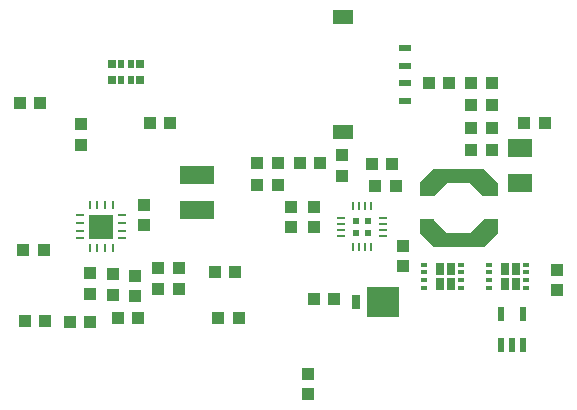
<source format=gbr>
G04 EAGLE Gerber RS-274X export*
G75*
%MOMM*%
%FSLAX34Y34*%
%LPD*%
%INSolderpaste Top*%
%IPPOS*%
%AMOC8*
5,1,8,0,0,1.08239X$1,22.5*%
G01*
%ADD10R,1.080000X1.050000*%
%ADD11R,1.050000X1.080000*%
%ADD12R,2.000000X1.500000*%
%ADD13R,3.000000X1.500000*%
%ADD14R,0.620000X1.220000*%
%ADD15R,2.670000X2.540000*%
%ADD16R,0.760000X1.270000*%
%ADD17R,1.000000X0.600000*%
%ADD18R,1.800000X1.250000*%
%ADD19R,4.250000X1.200000*%
%ADD20R,0.600000X0.300000*%
%ADD21R,0.705000X1.125000*%
%ADD22R,0.800000X0.280000*%
%ADD23R,0.280000X0.800000*%
%ADD24R,2.100000X2.100000*%
%ADD25R,0.600000X0.600000*%
%ADD26R,0.500000X0.700000*%
%ADD27R,0.640000X0.700000*%

G36*
X404048Y256012D02*
X404048Y256012D01*
X404146Y256015D01*
X404169Y256024D01*
X404193Y256026D01*
X404282Y256066D01*
X404374Y256101D01*
X404393Y256117D01*
X404416Y256127D01*
X404530Y256220D01*
X416030Y267720D01*
X416087Y267800D01*
X416149Y267875D01*
X416157Y267898D01*
X416172Y267919D01*
X416200Y268012D01*
X416235Y268103D01*
X416238Y268136D01*
X416243Y268152D01*
X416242Y268177D01*
X416249Y268250D01*
X416249Y278500D01*
X416247Y278516D01*
X416248Y278527D01*
X416246Y278533D01*
X416248Y278549D01*
X416226Y278644D01*
X416210Y278741D01*
X416198Y278762D01*
X416192Y278786D01*
X416141Y278870D01*
X416095Y278956D01*
X416077Y278973D01*
X416064Y278994D01*
X415988Y279056D01*
X415917Y279123D01*
X415894Y279133D01*
X415875Y279149D01*
X415784Y279183D01*
X415694Y279224D01*
X415670Y279226D01*
X415647Y279235D01*
X415500Y279249D01*
X404250Y279249D01*
X404154Y279233D01*
X404057Y279224D01*
X404034Y279214D01*
X404009Y279210D01*
X403923Y279164D01*
X403834Y279123D01*
X403809Y279102D01*
X403794Y279095D01*
X403777Y279076D01*
X403773Y279073D01*
X403772Y279073D01*
X403771Y279072D01*
X403720Y279030D01*
X392720Y268030D01*
X392706Y268010D01*
X392687Y267994D01*
X392635Y267911D01*
X392578Y267831D01*
X392571Y267808D01*
X392558Y267787D01*
X392536Y267692D01*
X392507Y267598D01*
X392508Y267573D01*
X392502Y267550D01*
X392512Y267452D01*
X392515Y267354D01*
X392524Y267331D01*
X392526Y267307D01*
X392566Y267218D01*
X392601Y267126D01*
X392617Y267107D01*
X392627Y267084D01*
X392720Y266970D01*
X403470Y256220D01*
X403490Y256206D01*
X403506Y256187D01*
X403589Y256135D01*
X403669Y256078D01*
X403692Y256071D01*
X403713Y256058D01*
X403808Y256036D01*
X403902Y256007D01*
X403927Y256008D01*
X403950Y256002D01*
X404048Y256012D01*
G37*
G36*
X361846Y298767D02*
X361846Y298767D01*
X361943Y298776D01*
X361966Y298786D01*
X361991Y298790D01*
X362077Y298836D01*
X362166Y298877D01*
X362191Y298898D01*
X362206Y298905D01*
X362223Y298924D01*
X362280Y298970D01*
X373280Y309970D01*
X373294Y309990D01*
X373313Y310006D01*
X373365Y310089D01*
X373422Y310169D01*
X373429Y310192D01*
X373442Y310213D01*
X373464Y310308D01*
X373493Y310402D01*
X373492Y310427D01*
X373498Y310450D01*
X373488Y310548D01*
X373485Y310646D01*
X373476Y310669D01*
X373474Y310693D01*
X373434Y310782D01*
X373399Y310874D01*
X373384Y310893D01*
X373373Y310916D01*
X373280Y311030D01*
X362530Y321780D01*
X362510Y321794D01*
X362494Y321813D01*
X362413Y321864D01*
X362397Y321877D01*
X362392Y321879D01*
X362331Y321922D01*
X362308Y321929D01*
X362287Y321942D01*
X362192Y321964D01*
X362098Y321993D01*
X362073Y321992D01*
X362050Y321998D01*
X361952Y321988D01*
X361854Y321985D01*
X361831Y321976D01*
X361807Y321974D01*
X361718Y321934D01*
X361626Y321899D01*
X361607Y321884D01*
X361584Y321873D01*
X361523Y321823D01*
X361522Y321823D01*
X361521Y321822D01*
X361470Y321780D01*
X349970Y310280D01*
X349913Y310200D01*
X349852Y310125D01*
X349843Y310102D01*
X349828Y310081D01*
X349800Y309988D01*
X349765Y309897D01*
X349762Y309864D01*
X349757Y309848D01*
X349758Y309823D01*
X349751Y309750D01*
X349751Y299500D01*
X349755Y299476D01*
X349752Y299451D01*
X349775Y299356D01*
X349790Y299259D01*
X349802Y299238D01*
X349808Y299214D01*
X349859Y299130D01*
X349905Y299044D01*
X349923Y299027D01*
X349936Y299006D01*
X350012Y298944D01*
X350084Y298877D01*
X350106Y298867D01*
X350125Y298852D01*
X350216Y298817D01*
X350306Y298776D01*
X350330Y298774D01*
X350353Y298765D01*
X350500Y298751D01*
X361750Y298751D01*
X361846Y298767D01*
G37*
G36*
X415524Y298755D02*
X415524Y298755D01*
X415549Y298752D01*
X415644Y298775D01*
X415741Y298790D01*
X415762Y298802D01*
X415786Y298808D01*
X415870Y298859D01*
X415956Y298905D01*
X415973Y298923D01*
X415994Y298936D01*
X416056Y299012D01*
X416123Y299084D01*
X416133Y299106D01*
X416149Y299125D01*
X416183Y299216D01*
X416224Y299306D01*
X416226Y299330D01*
X416235Y299353D01*
X416249Y299500D01*
X416249Y309750D01*
X416233Y309846D01*
X416224Y309943D01*
X416214Y309966D01*
X416210Y309991D01*
X416164Y310077D01*
X416123Y310166D01*
X416102Y310191D01*
X416095Y310206D01*
X416076Y310223D01*
X416030Y310280D01*
X404530Y321780D01*
X404510Y321794D01*
X404494Y321813D01*
X404413Y321864D01*
X404397Y321877D01*
X404392Y321879D01*
X404331Y321922D01*
X404308Y321929D01*
X404287Y321942D01*
X404192Y321964D01*
X404098Y321993D01*
X404073Y321992D01*
X404050Y321998D01*
X403952Y321988D01*
X403854Y321985D01*
X403831Y321976D01*
X403807Y321974D01*
X403718Y321934D01*
X403626Y321899D01*
X403607Y321884D01*
X403584Y321873D01*
X403523Y321823D01*
X403522Y321823D01*
X403521Y321822D01*
X403470Y321780D01*
X392720Y311030D01*
X392706Y311010D01*
X392687Y310994D01*
X392635Y310911D01*
X392578Y310831D01*
X392571Y310808D01*
X392558Y310787D01*
X392536Y310692D01*
X392507Y310598D01*
X392508Y310573D01*
X392502Y310550D01*
X392512Y310452D01*
X392515Y310354D01*
X392524Y310331D01*
X392526Y310307D01*
X392566Y310218D01*
X392601Y310126D01*
X392617Y310107D01*
X392627Y310084D01*
X392720Y309970D01*
X403720Y298970D01*
X403800Y298913D01*
X403875Y298852D01*
X403898Y298843D01*
X403919Y298828D01*
X404012Y298800D01*
X404103Y298765D01*
X404136Y298762D01*
X404152Y298757D01*
X404177Y298758D01*
X404250Y298751D01*
X415500Y298751D01*
X415524Y298755D01*
G37*
G36*
X362048Y256012D02*
X362048Y256012D01*
X362146Y256015D01*
X362169Y256024D01*
X362193Y256026D01*
X362282Y256066D01*
X362374Y256101D01*
X362393Y256117D01*
X362416Y256127D01*
X362530Y256220D01*
X373280Y266970D01*
X373294Y266990D01*
X373313Y267006D01*
X373365Y267089D01*
X373422Y267169D01*
X373429Y267192D01*
X373442Y267213D01*
X373464Y267308D01*
X373493Y267402D01*
X373492Y267427D01*
X373498Y267450D01*
X373488Y267548D01*
X373485Y267646D01*
X373476Y267669D01*
X373474Y267693D01*
X373434Y267782D01*
X373399Y267874D01*
X373384Y267893D01*
X373373Y267916D01*
X373280Y268030D01*
X362280Y279030D01*
X362200Y279087D01*
X362125Y279149D01*
X362102Y279157D01*
X362081Y279172D01*
X361988Y279200D01*
X361897Y279235D01*
X361864Y279238D01*
X361848Y279243D01*
X361823Y279242D01*
X361750Y279249D01*
X350500Y279249D01*
X350476Y279245D01*
X350451Y279248D01*
X350356Y279226D01*
X350259Y279210D01*
X350238Y279198D01*
X350214Y279192D01*
X350130Y279141D01*
X350044Y279095D01*
X350027Y279077D01*
X350006Y279064D01*
X349944Y278988D01*
X349877Y278917D01*
X349867Y278894D01*
X349852Y278875D01*
X349817Y278784D01*
X349776Y278694D01*
X349774Y278670D01*
X349765Y278647D01*
X349751Y278500D01*
X349751Y268250D01*
X349767Y268154D01*
X349776Y268057D01*
X349786Y268034D01*
X349790Y268009D01*
X349836Y267923D01*
X349877Y267834D01*
X349898Y267809D01*
X349905Y267794D01*
X349924Y267777D01*
X349970Y267720D01*
X361470Y256220D01*
X361490Y256206D01*
X361506Y256187D01*
X361589Y256135D01*
X361669Y256078D01*
X361692Y256071D01*
X361713Y256058D01*
X361808Y256036D01*
X361902Y256007D01*
X361927Y256008D01*
X361950Y256002D01*
X362048Y256012D01*
G37*
D10*
X109000Y231650D03*
X109000Y214350D03*
X336000Y239350D03*
X336000Y256650D03*
D11*
X277650Y212000D03*
X260350Y212000D03*
X438350Y361000D03*
X455650Y361000D03*
D12*
X435000Y340000D03*
X435000Y310000D03*
D11*
X410650Y395000D03*
X393350Y395000D03*
X393350Y357000D03*
X410650Y357000D03*
X94350Y196000D03*
X111650Y196000D03*
X70650Y192000D03*
X53350Y192000D03*
D10*
X116000Y274350D03*
X116000Y291650D03*
D11*
X179350Y196000D03*
X196650Y196000D03*
D13*
X161000Y317000D03*
X161000Y287000D03*
D11*
X312050Y307900D03*
X329350Y307900D03*
X176350Y235000D03*
X193650Y235000D03*
D10*
X466000Y236650D03*
X466000Y219350D03*
D14*
X437500Y199100D03*
X418500Y199100D03*
X428000Y172900D03*
X437500Y172900D03*
X418500Y172900D03*
D15*
X319000Y209000D03*
D16*
X295505Y209000D03*
D11*
X229650Y308000D03*
X212350Y308000D03*
D10*
X284300Y316350D03*
X284300Y333650D03*
X146000Y220350D03*
X146000Y237650D03*
D17*
X337000Y394500D03*
X337000Y379500D03*
X337000Y409500D03*
X337000Y424500D03*
D18*
X285000Y450550D03*
X285000Y353450D03*
D19*
X383000Y262000D03*
X383000Y316000D03*
D20*
X353500Y240750D03*
X353500Y234250D03*
X353500Y227750D03*
X353500Y221250D03*
X384500Y221250D03*
X384500Y227750D03*
X384500Y234250D03*
X384500Y240750D03*
D21*
X366900Y237625D03*
X366900Y224375D03*
X375950Y224375D03*
X375950Y237625D03*
D20*
X408500Y240750D03*
X408500Y234250D03*
X408500Y227750D03*
X408500Y221250D03*
X439500Y221250D03*
X439500Y227750D03*
X439500Y234250D03*
X439500Y240750D03*
D21*
X421900Y237625D03*
X421900Y224375D03*
X430950Y224375D03*
X430950Y237625D03*
D11*
X121350Y361000D03*
X138650Y361000D03*
X357350Y395000D03*
X374650Y395000D03*
D10*
X260000Y289650D03*
X260000Y272350D03*
X241000Y272350D03*
X241000Y289650D03*
X71000Y216350D03*
X71000Y233650D03*
X90000Y215350D03*
X90000Y232650D03*
D11*
X309350Y326000D03*
X326650Y326000D03*
X248350Y326800D03*
X265650Y326800D03*
X229650Y327000D03*
X212350Y327000D03*
D10*
X128000Y220350D03*
X128000Y237650D03*
D11*
X393350Y338000D03*
X410650Y338000D03*
X393350Y376000D03*
X410650Y376000D03*
D22*
X62000Y276250D03*
X62000Y282750D03*
X62000Y269750D03*
X62000Y263250D03*
D23*
X70250Y255000D03*
X76750Y255000D03*
X83250Y255000D03*
X89750Y255000D03*
D22*
X98000Y263250D03*
X98000Y269750D03*
X98000Y276250D03*
X98000Y282750D03*
D23*
X89750Y291000D03*
X83250Y291000D03*
X76750Y291000D03*
X70250Y291000D03*
D24*
X80000Y273000D03*
D23*
X308500Y290500D03*
X303500Y290500D03*
X298500Y290500D03*
X293500Y290500D03*
D22*
X283500Y280500D03*
X283500Y275500D03*
X283500Y270500D03*
X283500Y265500D03*
D23*
X293500Y255500D03*
X298500Y255500D03*
X303500Y255500D03*
X308500Y255500D03*
D22*
X318500Y265500D03*
X318500Y270500D03*
X318500Y275500D03*
X318500Y280500D03*
D25*
X306000Y278000D03*
X306000Y268000D03*
X296000Y268000D03*
X296000Y278000D03*
D10*
X255000Y131350D03*
X255000Y148650D03*
D11*
X15350Y193000D03*
X32650Y193000D03*
X28650Y378000D03*
X11350Y378000D03*
X14350Y253000D03*
X31650Y253000D03*
D10*
X63000Y342350D03*
X63000Y359650D03*
D26*
X105000Y411000D03*
X97000Y411000D03*
X97000Y397000D03*
X105000Y397000D03*
D27*
X113000Y411000D03*
X113000Y397000D03*
X89000Y411000D03*
X89000Y397000D03*
M02*

</source>
